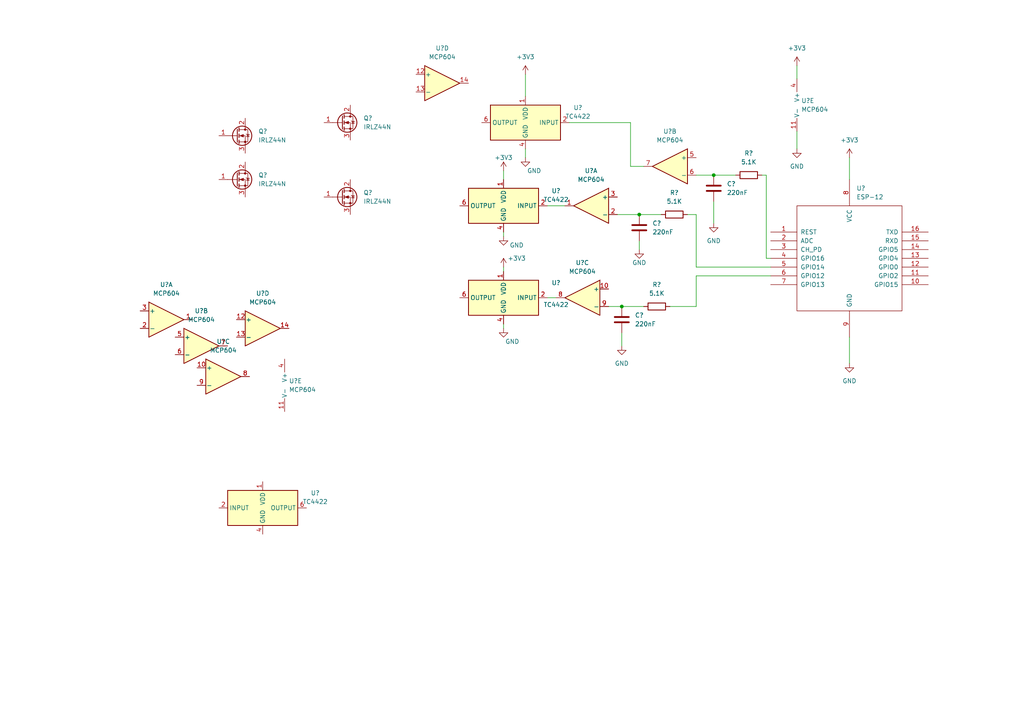
<source format=kicad_sch>
(kicad_sch (version 20211123) (generator eeschema)
  (paper "A4")
  (lib_symbols
    (symbol "Amplifier_Operational:MCP604" (pin_names (offset 0.127))
      (property "Reference" "U" (at 0 5.08 0))
      (property "Value" "MCP604" (at 0 -5.08 0))
      (symbol "MCP604_1_1"
        (polyline (pts (xy -5.08 5.08) (xy 5.08 0) (xy -5.08 -5.08) (xy -5.08 5.08)) (stroke (width 0.254)) (fill (type background)))
        (pin output line (at 7.62 0 180) (length 2.54) (name "~") (number "1"))
        (pin input line (at -7.62 -2.54 0) (length 2.54) (name "-") (number "2"))
        (pin input line (at -7.62 2.54 0) (length 2.54) (name "+") (number "3"))
      )
      (symbol "MCP604_2_1"
        (polyline (pts (xy -5.08 5.08) (xy 5.08 0) (xy -5.08 -5.08) (xy -5.08 5.08)) (stroke (width 0.254)) (fill (type background)))
        (pin input line (at -7.62 2.54 0) (length 2.54) (name "+") (number "5"))
        (pin input line (at -7.62 -2.54 0) (length 2.54) (name "-") (number "6"))
        (pin output line (at 7.62 0 180) (length 2.54) (name "~") (number "7"))
      )
      (symbol "MCP604_3_1"
        (polyline (pts (xy -5.08 5.08) (xy 5.08 0) (xy -5.08 -5.08) (xy -5.08 5.08)) (stroke (width 0.254)) (fill (type background)))
        (pin input line (at -7.62 2.54 0) (length 2.54) (name "+") (number "10"))
        (pin output line (at 7.62 0 180) (length 2.54) (name "~") (number "8"))
        (pin input line (at -7.62 -2.54 0) (length 2.54) (name "-") (number "9"))
      )
      (symbol "MCP604_4_1"
        (polyline (pts (xy -5.08 5.08) (xy 5.08 0) (xy -5.08 -5.08) (xy -5.08 5.08)) (stroke (width 0.254)) (fill (type background)))
        (pin input line (at -7.62 2.54 0) (length 2.54) (name "+") (number "12"))
        (pin input line (at -7.62 -2.54 0) (length 2.54) (name "-") (number "13"))
        (pin output line (at 7.62 0 180) (length 2.54) (name "~") (number "14"))
      )
      (symbol "MCP604_5_1"
        (pin power_in line (at -2.54 -7.62 90) (length 3.81) (name "V-") (number "11"))
        (pin power_in line (at -2.54 7.62 270) (length 3.81) (name "V+") (number "4"))
      )
    )
    (symbol "Device:C" (pin_numbers hide) (pin_names (offset 0.254))
      (property "Reference" "C" (at 0.635 2.54 0))
      (property "Value" "C" (at 0.635 -2.54 0))
      (symbol "C_0_1"
        (polyline (pts (xy -2.032 -0.762) (xy 2.032 -0.762)) (stroke (width 0.508)))
        (polyline (pts (xy -2.032 0.762) (xy 2.032 0.762)) (stroke (width 0.508)))
      )
      (symbol "C_1_1"
        (pin passive line (at 0 3.81 270) (length 2.794) (name "~") (number "1"))
        (pin passive line (at 0 -3.81 90) (length 2.794) (name "~") (number "2"))
      )
    )
    (symbol "Device:R" (pin_numbers hide) (pin_names (offset 0))
      (property "Reference" "R" (at 2.032 0 90))
      (property "Value" "R" (at 0 0 90))
      (symbol "R_0_1"
        (rectangle (start -1.016 -2.54) (end 1.016 2.54) (stroke (width 0.254)))
      )
      (symbol "R_1_1"
        (pin passive line (at 0 3.81 270) (length 1.27) (name "~") (number "1"))
        (pin passive line (at 0 -3.81 90) (length 1.27) (name "~") (number "2"))
      )
    )
    (symbol "Driver_FET:TC4422"
      (property "Reference" "U" (at -8.89 6.35 0))
      (property "Value" "TC4422" (at 6.35 6.35 0))
      (symbol "TC4422_0_1"
        (rectangle (start -10.16 5.08) (end 10.16 -5.08) (stroke (width 0.254)) (fill (type background)))
      )
      (symbol "TC4422_1_1"
        (pin power_in line (at 0 7.62 270) (length 2.54) (name "VDD") (number "1"))
        (pin input line (at -12.7 0 0) (length 2.54) (name "INPUT") (number "2"))
        (pin no_connect line (at -5.08 -5.08 90) (length 2.54) hide (name "NC") (number "3"))
        (pin power_in line (at 0 -7.62 90) (length 2.54) (name "GND") (number "4"))
        (pin passive line (at 0 -7.62 90) (length 2.54) hide (name "GND") (number "5"))
        (pin output line (at 12.7 0 180) (length 2.54) (name "OUTPUT") (number "6"))
        (pin passive line (at 12.7 0 180) (length 2.54) hide (name "OUTPUT") (number "7"))
        (pin passive line (at 0 7.62 270) (length 2.54) hide (name "VDD") (number "8"))
      )
    )
    (symbol "ESP8266:ESP-12" (pin_names (offset 1.016))
      (property "Reference" "U" (at 0 -2.54 0))
      (property "Value" "ESP-12" (at 0 2.54 0))
      (symbol "ESP-12_1_0"
        (rectangle (start -15.24 -15.24) (end 15.24 15.24))
      )
      (symbol "ESP-12_1_1"
        (pin input line (at -22.86 7.62 0) (length 7.62) (name "REST") (number "1"))
        (pin bidirectional line (at 22.86 -7.62 180) (length 7.62) (name "GPIO15") (number "10"))
        (pin bidirectional line (at 22.86 -5.08 180) (length 7.62) (name "GPIO2") (number "11"))
        (pin bidirectional line (at 22.86 -2.54 180) (length 7.62) (name "GPIO0") (number "12"))
        (pin bidirectional line (at 22.86 0 180) (length 7.62) (name "GPIO4") (number "13"))
        (pin bidirectional line (at 22.86 2.54 180) (length 7.62) (name "GPIO5") (number "14"))
        (pin input line (at 22.86 5.08 180) (length 7.62) (name "RXD") (number "15"))
        (pin output line (at 22.86 7.62 180) (length 7.62) (name "TXD") (number "16"))
        (pin passive line (at -22.86 5.08 0) (length 7.62) (name "ADC") (number "2"))
        (pin input line (at -22.86 2.54 0) (length 7.62) (name "CH_PD") (number "3"))
        (pin bidirectional line (at -22.86 0 0) (length 7.62) (name "GPIO16") (number "4"))
        (pin bidirectional line (at -22.86 -2.54 0) (length 7.62) (name "GPIO14") (number "5"))
        (pin bidirectional line (at -22.86 -5.08 0) (length 7.62) (name "GPIO12") (number "6"))
        (pin bidirectional line (at -22.86 -7.62 0) (length 7.62) (name "GPIO13") (number "7"))
        (pin power_in line (at 0 22.86 270) (length 7.62) (name "VCC") (number "8"))
        (pin power_in line (at 0 -22.86 90) (length 7.62) (name "GND") (number "9"))
      )
    )
    (symbol "Transistor_FET:IRLZ44N" (pin_names hide)
      (property "Reference" "Q" (at 6.35 1.905 0))
      (property "Value" "IRLZ44N" (at 6.35 0 0))
      (symbol "IRLZ44N_0_1"
        (polyline (pts (xy 0.254 0) (xy -2.54 0)))
        (polyline (pts (xy 0.254 1.905) (xy 0.254 -1.905)) (stroke (width 0.254)))
        (polyline (pts (xy 0.762 -1.27) (xy 0.762 -2.286)) (stroke (width 0.254)))
        (polyline (pts (xy 0.762 0.508) (xy 0.762 -0.508)) (stroke (width 0.254)))
        (polyline (pts (xy 0.762 2.286) (xy 0.762 1.27)) (stroke (width 0.254)))
        (polyline (pts (xy 2.54 2.54) (xy 2.54 1.778)))
        (polyline (pts (xy 2.54 -2.54) (xy 2.54 0) (xy 0.762 0)))
        (polyline (pts (xy 0.762 -1.778) (xy 3.302 -1.778) (xy 3.302 1.778) (xy 0.762 1.778)))
        (polyline (pts (xy 1.016 0) (xy 2.032 0.381) (xy 2.032 -0.381) (xy 1.016 0)) (fill (type outline)))
        (polyline (pts (xy 2.794 0.508) (xy 2.921 0.381) (xy 3.683 0.381) (xy 3.81 0.254)))
        (polyline (pts (xy 3.302 0.381) (xy 2.921 -0.254) (xy 3.683 -0.254) (xy 3.302 0.381)))
        (circle (center 1.651 0) (radius 2.794) (stroke (width 0.254)))
        (circle (center 2.54 -1.778) (radius 0.254) (fill (type outline)))
        (circle (center 2.54 1.778) (radius 0.254) (fill (type outline)))
      )
      (symbol "IRLZ44N_1_1"
        (pin input line (at -5.08 0 0) (length 2.54) (name "G") (number "1"))
        (pin passive line (at 2.54 5.08 270) (length 2.54) (name "D") (number "2"))
        (pin passive line (at 2.54 -5.08 90) (length 2.54) (name "S") (number "3"))
      )
    )
    (symbol "power:+3.3V" (power) (pin_names (offset 0))
      (property "Value" "+3.3V" (at 0 3.556 0))
      (symbol "+3.3V_0_1"
        (polyline (pts (xy -0.762 1.27) (xy 0 2.54)))
        (polyline (pts (xy 0 0) (xy 0 2.54)))
        (polyline (pts (xy 0 2.54) (xy 0.762 1.27)))
      )
      (symbol "+3.3V_1_1"
        (pin power_in line (at 0 0 90) (length 0) hide (name "+3V3") (number "1"))
      )
    )
    (symbol "power:GND" (power) (pin_names (offset 0))
      (property "Value" "GND" (at 0 -3.81 0))
      (symbol "GND_0_1"
        (polyline (pts (xy 0 0) (xy 0 -1.27) (xy 1.27 -1.27) (xy 0 -2.54) (xy -1.27 -1.27) (xy 0 -1.27)))
      )
      (symbol "GND_1_1"
        (pin power_in line (at 0 0 270) (length 0) hide (name "GND") (number "1"))
      )
    )
  )
  (junction (at 180.34 88.9))
  (junction (at 185.42 62.23))
  (junction (at 207.01 50.8))
  (wire (pts (xy 146.05 49.53) (xy 146.05 52.07)))
  (wire (pts (xy 185.42 69.85) (xy 185.42 72.39)))
  (wire (pts (xy 207.01 58.42) (xy 207.01 64.77)))
  (wire (pts (xy 223.52 74.93) (xy 222.25 74.93)))
  (wire (pts (xy 220.98 50.8) (xy 222.25 50.8)))
  (wire (pts (xy 246.38 45.72) (xy 246.38 52.07)))
  (wire (pts (xy 222.25 74.93) (xy 222.25 50.8)))
  (wire (pts (xy 152.4 21.59) (xy 152.4 27.94)))
  (wire (pts (xy 146.05 67.31) (xy 146.05 68.58)))
  (wire (pts (xy 223.52 77.47) (xy 201.93 77.47)))
  (wire (pts (xy 176.53 88.9) (xy 180.34 88.9)))
  (wire (pts (xy 152.4 43.18) (xy 152.4 45.72)))
  (wire (pts (xy 246.38 97.79) (xy 246.38 105.41)))
  (wire (pts (xy 199.39 62.23) (xy 201.93 62.23)))
  (wire (pts (xy 223.52 80.01) (xy 201.93 80.01)))
  (wire (pts (xy 201.93 50.8) (xy 207.01 50.8)))
  (wire (pts (xy 146.05 77.47) (xy 146.05 78.74)))
  (wire (pts (xy 179.07 62.23) (xy 185.42 62.23)))
  (wire (pts (xy 186.69 48.26) (xy 182.88 48.26)))
  (wire (pts (xy 180.34 88.9) (xy 186.69 88.9)))
  (wire (pts (xy 158.75 86.36) (xy 161.29 86.36)))
  (wire (pts (xy 201.93 80.01) (xy 201.93 88.9)))
  (wire (pts (xy 231.14 38.1) (xy 231.14 43.18)))
  (wire (pts (xy 180.34 96.52) (xy 180.34 100.33)))
  (wire (pts (xy 146.05 93.98) (xy 146.05 95.25)))
  (wire (pts (xy 201.93 77.47) (xy 201.93 62.23)))
  (wire (pts (xy 207.01 50.8) (xy 213.36 50.8)))
  (wire (pts (xy 158.75 59.69) (xy 163.83 59.69)))
  (wire (pts (xy 231.14 19.05) (xy 231.14 22.86)))
  (wire (pts (xy 185.42 62.23) (xy 191.77 62.23)))
  (wire (pts (xy 194.31 88.9) (xy 201.93 88.9)))
  (wire (pts (xy 182.88 35.56) (xy 165.1 35.56)))
  (wire (pts (xy 182.88 48.26) (xy 182.88 35.56)))
  (symbol (lib_id "Amplifier_Operational:MCP604") (at 58.42 100.33 0) (unit 2)
    (property "Reference" "U?" (at 58.42 90.17 0))
    (property "Value" "MCP604" (at 58.42 92.71 0))
    (property "Datasheet" "http://ww1.microchip.com/downloads/en/DeviceDoc/21314g.pdf" (effects hide))
  )
  (symbol (lib_id "Device:C") (at 185.42 66.04 0) (unit 1)
    (property "Reference" "C?" (at 189.23 64.7699 0) (effects (justify left)))
    (property "Value" "220nF" (at 189.23 67.3099 0) (effects (justify left)))
  )
  (symbol (lib_id "Transistor_FET:IRLZ44N") (at 99.06 57.15 0) (unit 1)
    (property "Reference" "Q?" (at 105.41 55.8799 0) (effects (justify left)))
    (property "Value" "IRLZ44N" (at 105.41 58.4199 0) (effects (justify left)))
    (property "Footprint" "Package_TO_SOT_THT:TO-220-3_Vertical" (effects hide))
    (property "Datasheet" "http://www.irf.com/product-info/datasheets/data/irlz44n.pdf" (effects hide))
  )
  (symbol (lib_id "Amplifier_Operational:MCP604") (at 194.31 48.26 0) (mirror y) (unit 2)
    (property "Reference" "U?" (at 194.31 38.1 0))
    (property "Value" "MCP604" (at 194.31 40.64 0))
    (property "Datasheet" "http://ww1.microchip.com/downloads/en/DeviceDoc/21314g.pdf" (effects hide))
  )
  (symbol (lib_id "power:GND") (at 185.42 72.39 0) (unit 1)
    (property "Reference" "#PWR?" (effects hide))
    (property "Value" "GND" (at 185.42 76.2 0))
  )
  (symbol (lib_id "Amplifier_Operational:MCP604") (at 171.45 59.69 0) (mirror y) (unit 1)
    (property "Reference" "U?" (at 171.45 49.53 0))
    (property "Value" "MCP604" (at 171.45 52.07 0))
    (property "Datasheet" "http://ww1.microchip.com/downloads/en/DeviceDoc/21314g.pdf" (effects hide))
  )
  (symbol (lib_id "power:GND") (at 231.14 43.18 0) (unit 1)
    (property "Reference" "#PWR?" (effects hide))
    (property "Value" "GND" (at 231.14 48.26 0))
  )
  (symbol (lib_id "power:+3.3V") (at 152.4 21.59 0) (unit 1)
    (property "Reference" "#PWR?" (effects hide))
    (property "Value" "+3.3V" (at 152.4 16.51 0))
  )
  (symbol (lib_id "Amplifier_Operational:MCP604") (at 168.91 86.36 0) (mirror y) (unit 3)
    (property "Reference" "U?" (at 168.91 76.2 0))
    (property "Value" "MCP604" (at 168.91 78.74 0))
    (property "Datasheet" "http://ww1.microchip.com/downloads/en/DeviceDoc/21314g.pdf" (effects hide))
  )
  (symbol (lib_id "Amplifier_Operational:MCP604") (at 76.2 95.25 0) (unit 4)
    (property "Reference" "U?" (at 76.2 85.09 0))
    (property "Value" "MCP604" (at 76.2 87.63 0))
    (property "Datasheet" "http://ww1.microchip.com/downloads/en/DeviceDoc/21314g.pdf" (effects hide))
  )
  (symbol (lib_id "Device:R") (at 195.58 62.23 90) (unit 1)
    (property "Reference" "R?" (at 195.58 55.88 90))
    (property "Value" "5.1K" (at 195.58 58.42 90))
  )
  (symbol (lib_id "power:GND") (at 246.38 105.41 0) (unit 1)
    (property "Reference" "#PWR?" (effects hide))
    (property "Value" "GND" (at 246.38 110.49 0))
  )
  (symbol (lib_id "Driver_FET:TC4422") (at 146.05 86.36 0) (mirror y) (unit 1)
    (property "Reference" "U?" (at 161.29 82.0293 0))
    (property "Value" "TC4422" (at 161.29 88.3793 0))
    (property "Footprint" "Package_DIP:DIP-8-N6_W7.62mm" (effects hide))
    (property "Datasheet" "http://ww1.microchip.com/downloads/en/DeviceDoc/20001420F.pdf" (effects hide))
  )
  (symbol (lib_id "power:GND") (at 152.4 45.72 0) (unit 1)
    (property "Reference" "#PWR?" (effects hide))
    (property "Value" "GND" (at 154.94 49.53 0))
  )
  (symbol (lib_id "Transistor_FET:IRLZ44N") (at 99.06 35.56 0) (unit 1)
    (property "Reference" "Q?" (at 105.41 34.2899 0) (effects (justify left)))
    (property "Value" "IRLZ44N" (at 105.41 36.8299 0) (effects (justify left)))
    (property "Footprint" "Package_TO_SOT_THT:TO-220-3_Vertical" (effects hide))
    (property "Datasheet" "http://www.irf.com/product-info/datasheets/data/irlz44n.pdf" (effects hide))
  )
  (symbol (lib_id "Amplifier_Operational:MCP604") (at 128.27 24.13 0) (unit 4)
    (property "Reference" "U?" (at 128.27 13.97 0))
    (property "Value" "MCP604" (at 128.27 16.51 0))
    (property "Datasheet" "http://ww1.microchip.com/downloads/en/DeviceDoc/21314g.pdf" (effects hide))
  )
  (symbol (lib_id "Driver_FET:TC4422") (at 146.05 59.69 0) (mirror y) (unit 1)
    (property "Reference" "U?" (at 161.29 55.3593 0))
    (property "Value" "TC4422" (at 161.29 57.8993 0))
    (property "Footprint" "Package_DIP:DIP-8-N6_W7.62mm" (effects hide))
    (property "Datasheet" "http://ww1.microchip.com/downloads/en/DeviceDoc/20001420F.pdf" (effects hide))
  )
  (symbol (lib_id "Driver_FET:TC4422") (at 76.2 147.32 0) (unit 1)
    (property "Reference" "U?" (at 91.44 142.9893 0))
    (property "Value" "TC4422" (at 91.44 145.5293 0))
    (property "Footprint" "Package_DIP:DIP-8-N6_W7.62mm" (effects hide))
    (property "Datasheet" "http://ww1.microchip.com/downloads/en/DeviceDoc/20001420F.pdf" (effects hide))
  )
  (symbol (lib_id "Amplifier_Operational:MCP604") (at 64.77 109.22 0) (unit 3)
    (property "Reference" "U?" (at 64.77 99.06 0))
    (property "Value" "MCP604" (at 64.77 101.6 0))
    (property "Datasheet" "http://ww1.microchip.com/downloads/en/DeviceDoc/21314g.pdf" (effects hide))
  )
  (symbol (lib_id "Amplifier_Operational:MCP604") (at 48.26 92.71 0) (unit 1)
    (property "Reference" "U?" (at 48.26 82.55 0))
    (property "Value" "MCP604" (at 48.26 85.09 0))
    (property "Datasheet" "http://ww1.microchip.com/downloads/en/DeviceDoc/21314g.pdf" (effects hide))
  )
  (symbol (lib_id "power:GND") (at 146.05 95.25 0) (unit 1)
    (property "Reference" "#PWR?" (effects hide))
    (property "Value" "GND" (at 148.59 99.06 0))
  )
  (symbol (lib_id "power:+3.3V") (at 146.05 49.53 0) (unit 1)
    (property "Reference" "#PWR?" (effects hide))
    (property "Value" "+3.3V" (at 146.05 45.72 0))
  )
  (symbol (lib_id "ESP8266:ESP-12") (at 246.38 74.93 0) (unit 1)
    (property "Reference" "U?" (at 248.3994 54.61 0) (effects (justify left)))
    (property "Value" "ESP-12" (at 248.3994 57.15 0) (effects (justify left)))
    (property "Datasheet" "http://l0l.org.uk/2014/12/esp8266-modules-hardware-guide-gotta-catch-em-all/" (effects hide))
  )
  (symbol (lib_id "Transistor_FET:IRLZ44N") (at 68.58 39.37 0) (unit 1)
    (property "Reference" "Q?" (at 74.93 38.0999 0) (effects (justify left)))
    (property "Value" "IRLZ44N" (at 74.93 40.6399 0) (effects (justify left)))
    (property "Footprint" "Package_TO_SOT_THT:TO-220-3_Vertical" (effects hide))
    (property "Datasheet" "http://www.irf.com/product-info/datasheets/data/irlz44n.pdf" (effects hide))
  )
  (symbol (lib_id "Amplifier_Operational:MCP604") (at 233.68 30.48 0) (unit 5)
    (property "Reference" "U?" (at 232.41 29.2099 0) (effects (justify left)))
    (property "Value" "MCP604" (at 232.41 31.7499 0) (effects (justify left)))
    (property "Datasheet" "http://ww1.microchip.com/downloads/en/DeviceDoc/21314g.pdf" (effects hide))
  )
  (symbol (lib_id "Device:R") (at 217.17 50.8 90) (unit 1)
    (property "Reference" "R?" (at 217.17 44.45 90))
    (property "Value" "5.1K" (at 217.17 46.99 90))
  )
  (symbol (lib_id "Driver_FET:TC4422") (at 152.4 35.56 0) (mirror y) (unit 1)
    (property "Reference" "U?" (at 167.64 31.2293 0))
    (property "Value" "TC4422" (at 167.64 33.7693 0))
    (property "Footprint" "Package_DIP:DIP-8-N6_W7.62mm" (effects hide))
    (property "Datasheet" "http://ww1.microchip.com/downloads/en/DeviceDoc/20001420F.pdf" (effects hide))
  )
  (symbol (lib_id "Amplifier_Operational:MCP604") (at 85.09 111.76 0) (unit 5)
    (property "Reference" "U?" (at 83.82 110.4899 0) (effects (justify left)))
    (property "Value" "MCP604" (at 83.82 113.0299 0) (effects (justify left)))
    (property "Datasheet" "http://ww1.microchip.com/downloads/en/DeviceDoc/21314g.pdf" (effects hide))
  )
  (symbol (lib_id "Device:C") (at 207.01 54.61 0) (unit 1)
    (property "Reference" "C?" (at 210.82 53.3399 0) (effects (justify left)))
    (property "Value" "220nF" (at 210.82 55.8799 0) (effects (justify left)))
  )
  (symbol (lib_id "Device:C") (at 180.34 92.71 0) (unit 1)
    (property "Reference" "C?" (at 184.15 91.4399 0) (effects (justify left)))
    (property "Value" "220nF" (at 184.15 93.9799 0) (effects (justify left)))
  )
  (symbol (lib_id "Transistor_FET:IRLZ44N") (at 68.58 52.07 0) (unit 1)
    (property "Reference" "Q?" (at 74.93 50.7999 0) (effects (justify left)))
    (property "Value" "IRLZ44N" (at 74.93 53.3399 0) (effects (justify left)))
    (property "Footprint" "Package_TO_SOT_THT:TO-220-3_Vertical" (effects hide))
    (property "Datasheet" "http://www.irf.com/product-info/datasheets/data/irlz44n.pdf" (effects hide))
  )
  (symbol (lib_id "power:+3.3V") (at 146.05 77.47 0) (unit 1)
    (property "Reference" "#PWR?" (effects hide))
    (property "Value" "+3.3V" (at 149.86 74.93 0))
  )
  (symbol (lib_id "power:+3.3V") (at 246.38 45.72 0) (unit 1)
    (property "Reference" "#PWR?" (effects hide))
    (property "Value" "+3.3V" (at 246.38 40.64 0))
  )
  (symbol (lib_id "power:+3.3V") (at 231.14 19.05 0) (unit 1)
    (property "Reference" "#PWR?" (effects hide))
    (property "Value" "+3.3V" (at 231.14 13.97 0))
  )
  (symbol (lib_id "power:GND") (at 207.01 64.77 0) (unit 1)
    (property "Reference" "#PWR?" (effects hide))
    (property "Value" "GND" (at 207.01 69.85 0))
  )
  (symbol (lib_id "Device:R") (at 190.5 88.9 90) (unit 1)
    (property "Reference" "R?" (at 190.5 82.55 90))
    (property "Value" "5.1K" (at 190.5 85.09 90))
  )
  (symbol (lib_id "power:GND") (at 180.34 100.33 0) (unit 1)
    (property "Reference" "#PWR?" (effects hide))
    (property "Value" "GND" (at 180.34 105.41 0))
  )
  (symbol (lib_id "power:GND") (at 146.05 68.58 0) (unit 1)
    (property "Reference" "#PWR?" (effects hide))
    (property "Value" "GND" (at 149.86 71.12 0))
  )
)
</source>
